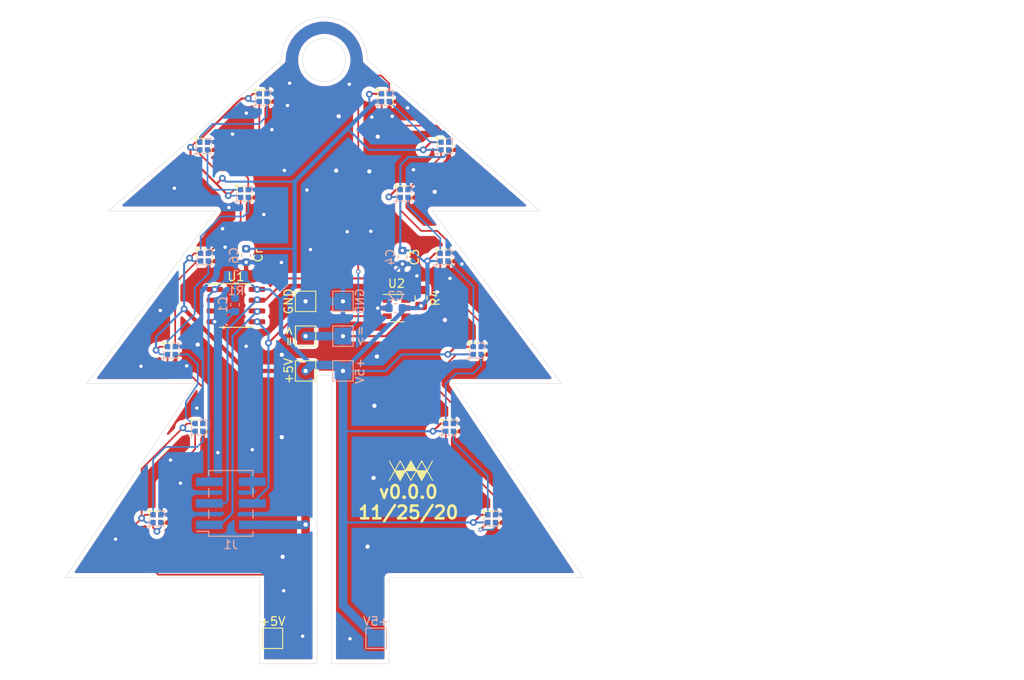
<source format=kicad_pcb>
(kicad_pcb (version 20171130) (host pcbnew "(5.1.6)-1")
  (layers (0 F.Cu signal) (31 B.Cu signal) (34 B.Paste user) (35 F.Paste user) (36 B.SilkS user) (37 F.SilkS user) (38 B.Mask user) (39 F.Mask user) (44 Edge.Cuts user))
  (net 0 "")
  (net 1 LGND)
  (net 2 +5V)
  (net 3 DOUT)
  (net 4 "Net-(D1-Pad1)")
  (net 5 "Net-(D13-Pad1)")
  (net 6 "Net-(D2-Pad1)")
  (net 7 "Net-(D3-Pad1)")
  (net 8 "Net-(D4-Pad1)")
  (net 9 "Net-(D5-Pad1)")
  (net 10 "Net-(D6-Pad1)")
  (net 11 "Net-(D7-Pad1)")
  (net 12 "Net-(D10-Pad3)")
  (net 13 "Net-(D10-Pad1)")
  (net 14 "Net-(D11-Pad1)")
  (net 15 "Net-(D12-Pad1)")
  (net 16 "Net-(D15-Pad1)")
  (net 17 "Net-(D16-Pad1)")
  (net 18 "Net-(D17-Pad1)")
  (net 19 "Net-(D18-Pad1)")
  (net 20 "Net-(D19-Pad1)")
  (net 21 "Net-(D20-Pad1)")
  (net 22 "Net-(D21-Pad1)")
  (net 23 "Net-(D22-Pad1)")
  (net 24 "Net-(D23-Pad1)")
  (net 25 "Net-(D24-Pad1)")
  (net 26 "Net-(D25-Pad1)")
  (net 27 "Net-(D26-Pad1)")
  (net 28 RESET)
  (net 29 MOSI)
  (net 30 SCK)
  (net 31 MISO)
  (net 32 "Net-(R4-Pad1)")
  (net 33 "Net-(D8-Pad1)")
  (net 34 "Net-(D27-Pad1)")
  (module Symbol:Logo_WM (layer F.Cu) (at 72.6 74.95)
    (fp_text reference REF** hide)
    (fp_text value Logo_WM)
  )
  (module Package_TO_SOT_SMD:SOT-23-6 (layer F.Cu) (at 70.9 55.8)
    (fp_text reference U2 (at 0 -2.9) (layer F.SilkS))
    (fp_text value ATtiny10-TS)
    (pad 5 smd rect (at 1.1 0) (size 1.06 0.65) (layers F.Cu F.Paste F.Mask) (net 2 +5V))
    (pad 6 smd rect (at 1.1 -0.95) (size 1.06 0.65) (layers F.Cu F.Paste F.Mask) (net 32 "Net-(R4-Pad1)"))
    (pad 4 smd rect (at 1.1 0.95) (size 1.06 0.65) (layers F.Cu F.Paste F.Mask) (net 3 DOUT))
    (pad 3 smd rect (at -1.1 0.95) (size 1.06 0.65) (layers F.Cu F.Paste F.Mask) (net 29 MOSI))
    (pad 2 smd rect (at -1.1 0) (size 1.06 0.65) (layers F.Cu F.Paste F.Mask) (net 1 LGND))
    (pad 1 smd rect (at -1.1 -0.95) (size 1.06 0.65) (layers F.Cu F.Paste F.Mask) (net 30 SCK))
  )
  (module Package_SO:SOIC-8_3.9x4.9mm_P1.27mm (layer F.Cu) (at 52 55.5)
    (fp_text reference U1 (at 0 -3.4) (layer F.SilkS))
    (fp_text value ATtiny13A-SSU)
    (pad 8 smd roundrect (at 2.475 -1.905) (size 1.95 0.6) (layers F.Cu F.Paste F.Mask) (net 2 +5V))
    (pad 7 smd roundrect (at 2.475 -0.635) (size 1.95 0.6) (layers F.Cu F.Paste F.Mask) (net 30 SCK))
    (pad 6 smd roundrect (at 2.475 0.635) (size 1.95 0.6) (layers F.Cu F.Paste F.Mask) (net 31 MISO))
    (pad 5 smd roundrect (at 2.475 1.905) (size 1.95 0.6) (layers F.Cu F.Paste F.Mask) (net 29 MOSI))
    (pad 4 smd roundrect (at -2.475 1.905) (size 1.95 0.6) (layers F.Cu F.Paste F.Mask) (net 1 LGND))
    (pad 3 smd roundrect (at -2.475 0.635) (size 1.95 0.6) (layers F.Cu F.Paste F.Mask))
    (pad 2 smd roundrect (at -2.475 -0.635) (size 1.95 0.6) (layers F.Cu F.Paste F.Mask))
    (pad 1 smd roundrect (at -2.475 -1.905) (size 1.95 0.6) (layers F.Cu F.Paste F.Mask) (net 28 RESET))
  )
  (module Resistor_SMD:R_0805_2012Metric (layer F.Cu) (at 73.8 54.6 270)
    (fp_text reference R4 (at 0 -1.65 90) (layer F.SilkS))
    (fp_text value 10kR)
    (pad 2 smd roundrect (at 0.9375 0 270) (size 0.975 1.4) (layers F.Cu F.Paste F.Mask) (net 2 +5V))
    (pad 1 smd roundrect (at -0.9375 0 270) (size 0.975 1.4) (layers F.Cu F.Paste F.Mask) (net 32 "Net-(R4-Pad1)"))
  )
  (module Resistor_SMD:R_0805_2012Metric (layer B.Cu) (at 52 52.1)
    (fp_text reference R1 (at 0 1.65) (layer B.SilkS) (effects (justify mirror)))
    (fp_text value 10kR)
    (pad 2 smd roundrect (at 0.9375 0) (size 0.975 1.4) (layers B.Cu B.Paste B.Mask) (net 2 +5V))
    (pad 1 smd roundrect (at -0.9375 0) (size 0.975 1.4) (layers B.Cu B.Paste B.Mask) (net 28 RESET))
  )
  (module TestPoint:TestPoint_Pad_2.0x2.0mm (layer F.Cu) (at 60.2 59.1 90)
    (fp_text reference => (at 0 -1.998 90) (layer F.SilkS))
    (fp_text value Conn_01x01)
    (pad 1 smd rect (at 0 0 90) (size 2 2) (layers F.Cu F.Mask) (net 3 DOUT))
  )
  (module TestPoint:TestPoint_Pad_2.0x2.0mm (layer B.Cu) (at 64.6 59.1 90)
    (fp_text reference => (at 0 1.998 270) (layer B.SilkS) (effects (justify mirror)))
    (fp_text value Conn_01x01)
    (pad 1 smd rect (at 0 0 90) (size 2 2) (layers B.Cu B.Mask) (net 3 DOUT))
  )
  (module TestPoint:TestPoint_Pad_2.0x2.0mm (layer B.Cu) (at 64.6 55 90)
    (fp_text reference GND (at 0 1.998 270) (layer B.SilkS) (effects (justify mirror)))
    (fp_text value Conn_01x01)
    (pad 1 smd rect (at 0 0 90) (size 2 2) (layers B.Cu B.Mask) (net 1 LGND))
  )
  (module TestPoint:TestPoint_Pad_2.0x2.0mm (layer F.Cu) (at 60.2 55 90)
    (fp_text reference GND (at 0 -1.998 90) (layer F.SilkS))
    (fp_text value Conn_01x01)
    (pad 1 smd rect (at 0 0 90) (size 2 2) (layers F.Cu F.Mask) (net 1 LGND))
  )
  (module TestPoint:TestPoint_Pad_2.0x2.0mm (layer F.Cu) (at 56.3 94.7)
    (fp_text reference +5V (at 0 -1.998) (layer F.SilkS))
    (fp_text value Conn_01x01)
    (pad 1 smd rect (at 0 0) (size 2 2) (layers F.Cu F.Mask) (net 2 +5V))
  )
  (module TestPoint:TestPoint_Pad_2.0x2.0mm (layer B.Cu) (at 64.6 63.2 90)
    (fp_text reference +5V (at 0 1.998 270) (layer B.SilkS) (effects (justify mirror)))
    (fp_text value Conn_01x01)
    (pad 1 smd rect (at 0 0 90) (size 2 2) (layers B.Cu B.Mask) (net 2 +5V))
  )
  (module TestPoint:TestPoint_Pad_2.0x2.0mm (layer F.Cu) (at 60.2 63.2 90)
    (fp_text reference +5V (at 0 -1.998 90) (layer F.SilkS))
    (fp_text value Conn_01x01)
    (pad 1 smd rect (at 0 0 90) (size 2 2) (layers F.Cu F.Mask) (net 2 +5V))
  )
  (module TestPoint:TestPoint_Pad_2.0x2.0mm (layer B.Cu) (at 68.5 94.7 180)
    (fp_text reference +5V (at 0 1.998) (layer B.SilkS) (effects (justify mirror)))
    (fp_text value Conn_01x01)
    (pad 1 smd rect (at 0 0 180) (size 2 2) (layers B.Cu B.Mask) (net 2 +5V))
  )
  (module Connector_PinHeader_2.54mm:PinHeader_2x03_P2.54mm_Vertical_SMD (layer B.Cu) (at 51.4 78.8)
    (fp_text reference J1 (at 0 4.87) (layer B.SilkS) (effects (justify mirror)))
    (fp_text value AVR-ISP-6)
    (pad 6 smd rect (at 2.525 -2.54) (size 3.15 1) (layers B.Cu B.Paste B.Mask) (net 1 LGND))
    (pad 5 smd rect (at -2.525 -2.54) (size 3.15 1) (layers B.Cu B.Paste B.Mask) (net 28 RESET))
    (pad 4 smd rect (at 2.525 0) (size 3.15 1) (layers B.Cu B.Paste B.Mask) (net 29 MOSI))
    (pad 3 smd rect (at -2.525 0) (size 3.15 1) (layers B.Cu B.Paste B.Mask) (net 30 SCK))
    (pad 2 smd rect (at 2.525 2.54) (size 3.15 1) (layers B.Cu B.Paste B.Mask) (net 2 +5V))
    (pad 1 smd rect (at -2.525 2.54) (size 3.15 1) (layers B.Cu B.Paste B.Mask) (net 31 MISO))
  )
  (module LED_SMD:LED_SK6805_PLCC4_1.5x1.5mm_P0.65mm (layer B.Cu) (at 55.2 31)
    (fp_text reference D28 hide)
    (fp_text value SK6805_1515-LED)
    (pad 2 smd rect (at 0.45 -0.45 180) (size 0.6 0.6) (layers B.Cu B.Paste B.Mask) (net 1 LGND))
    (pad 3 smd rect (at 0.45 0.45 180) (size 0.6 0.6) (layers B.Cu B.Paste B.Mask) (net 34 "Net-(D27-Pad1)"))
    (pad 1 smd rect (at -0.45 -0.45 180) (size 0.6 0.6) (layers B.Cu B.Paste B.Mask))
    (pad 4 smd rect (at -0.45 0.45 180) (size 0.6 0.6) (layers B.Cu B.Paste B.Mask) (net 2 +5V))
  )
  (module LED_SMD:LED_SK6805_PLCC4_1.5x1.5mm_P0.65mm (layer F.Cu) (at 42.7 80.6)
    (fp_text reference D21 hide)
    (fp_text value SK6805_1515-LED)
    (pad 2 smd rect (at 0.45 0.45 180) (size 0.6 0.6) (layers F.Cu F.Paste F.Mask) (net 1 LGND))
    (pad 3 smd rect (at 0.45 -0.45 180) (size 0.6 0.6) (layers F.Cu F.Paste F.Mask) (net 21 "Net-(D20-Pad1)"))
    (pad 1 smd rect (at -0.45 0.45 180) (size 0.6 0.6) (layers F.Cu F.Paste F.Mask) (net 22 "Net-(D21-Pad1)"))
    (pad 4 smd rect (at -0.45 -0.45 180) (size 0.6 0.6) (layers F.Cu F.Paste F.Mask) (net 2 +5V))
  )
  (module LED_SMD:LED_SK6805_PLCC4_1.5x1.5mm_P0.65mm (layer B.Cu) (at 48.2 36.7)
    (fp_text reference D27 hide)
    (fp_text value SK6805_1515-LED)
    (pad 2 smd rect (at 0.45 -0.45 180) (size 0.6 0.6) (layers B.Cu B.Paste B.Mask) (net 1 LGND))
    (pad 3 smd rect (at 0.45 0.45 180) (size 0.6 0.6) (layers B.Cu B.Paste B.Mask) (net 27 "Net-(D26-Pad1)"))
    (pad 1 smd rect (at -0.45 -0.45 180) (size 0.6 0.6) (layers B.Cu B.Paste B.Mask) (net 34 "Net-(D27-Pad1)"))
    (pad 4 smd rect (at -0.45 0.45 180) (size 0.6 0.6) (layers B.Cu B.Paste B.Mask) (net 2 +5V))
  )
  (module LED_SMD:LED_SK6805_PLCC4_1.5x1.5mm_P0.65mm (layer F.Cu) (at 47.65 69.85)
    (fp_text reference D20 hide)
    (fp_text value SK6805_1515-LED)
    (pad 2 smd rect (at 0.45 0.45 180) (size 0.6 0.6) (layers F.Cu F.Paste F.Mask) (net 1 LGND))
    (pad 3 smd rect (at 0.45 -0.45 180) (size 0.6 0.6) (layers F.Cu F.Paste F.Mask) (net 20 "Net-(D19-Pad1)"))
    (pad 1 smd rect (at -0.45 0.45 180) (size 0.6 0.6) (layers F.Cu F.Paste F.Mask) (net 21 "Net-(D20-Pad1)"))
    (pad 4 smd rect (at -0.45 -0.45 180) (size 0.6 0.6) (layers F.Cu F.Paste F.Mask) (net 2 +5V))
  )
  (module LED_SMD:LED_SK6805_PLCC4_1.5x1.5mm_P0.65mm (layer B.Cu) (at 53 42.3)
    (fp_text reference D26 hide)
    (fp_text value SK6805_1515-LED)
    (pad 2 smd rect (at 0.45 -0.45 180) (size 0.6 0.6) (layers B.Cu B.Paste B.Mask) (net 1 LGND))
    (pad 3 smd rect (at 0.45 0.45 180) (size 0.6 0.6) (layers B.Cu B.Paste B.Mask) (net 26 "Net-(D25-Pad1)"))
    (pad 1 smd rect (at -0.45 -0.45 180) (size 0.6 0.6) (layers B.Cu B.Paste B.Mask) (net 27 "Net-(D26-Pad1)"))
    (pad 4 smd rect (at -0.45 0.45 180) (size 0.6 0.6) (layers B.Cu B.Paste B.Mask) (net 2 +5V))
  )
  (module LED_SMD:LED_SK6805_PLCC4_1.5x1.5mm_P0.65mm (layer F.Cu) (at 44.4 60.8)
    (fp_text reference D19 hide)
    (fp_text value SK6805_1515-LED)
    (pad 2 smd rect (at 0.45 0.45 180) (size 0.6 0.6) (layers F.Cu F.Paste F.Mask) (net 1 LGND))
    (pad 3 smd rect (at 0.45 -0.45 180) (size 0.6 0.6) (layers F.Cu F.Paste F.Mask) (net 19 "Net-(D18-Pad1)"))
    (pad 1 smd rect (at -0.45 0.45 180) (size 0.6 0.6) (layers F.Cu F.Paste F.Mask) (net 20 "Net-(D19-Pad1)"))
    (pad 4 smd rect (at -0.45 -0.45 180) (size 0.6 0.6) (layers F.Cu F.Paste F.Mask) (net 2 +5V))
  )
  (module LED_SMD:LED_SK6805_PLCC4_1.5x1.5mm_P0.65mm (layer B.Cu) (at 48.3 49.8)
    (fp_text reference D25 hide)
    (fp_text value SK6805_1515-LED)
    (pad 2 smd rect (at 0.45 -0.45 180) (size 0.6 0.6) (layers B.Cu B.Paste B.Mask) (net 1 LGND))
    (pad 3 smd rect (at 0.45 0.45 180) (size 0.6 0.6) (layers B.Cu B.Paste B.Mask) (net 25 "Net-(D24-Pad1)"))
    (pad 1 smd rect (at -0.45 -0.45 180) (size 0.6 0.6) (layers B.Cu B.Paste B.Mask) (net 26 "Net-(D25-Pad1)"))
    (pad 4 smd rect (at -0.45 0.45 180) (size 0.6 0.6) (layers B.Cu B.Paste B.Mask) (net 2 +5V))
  )
  (module LED_SMD:LED_SK6805_PLCC4_1.5x1.5mm_P0.65mm (layer F.Cu) (at 48.3 49.8)
    (fp_text reference D18 hide)
    (fp_text value SK6805_1515-LED)
    (pad 2 smd rect (at 0.45 0.45 180) (size 0.6 0.6) (layers F.Cu F.Paste F.Mask) (net 1 LGND))
    (pad 3 smd rect (at 0.45 -0.45 180) (size 0.6 0.6) (layers F.Cu F.Paste F.Mask) (net 18 "Net-(D17-Pad1)"))
    (pad 1 smd rect (at -0.45 0.45 180) (size 0.6 0.6) (layers F.Cu F.Paste F.Mask) (net 19 "Net-(D18-Pad1)"))
    (pad 4 smd rect (at -0.45 -0.45 180) (size 0.6 0.6) (layers F.Cu F.Paste F.Mask) (net 2 +5V))
  )
  (module LED_SMD:LED_SK6805_PLCC4_1.5x1.5mm_P0.65mm (layer B.Cu) (at 44.4 60.8)
    (fp_text reference D24 hide)
    (fp_text value SK6805_1515-LED)
    (pad 2 smd rect (at 0.45 -0.45 180) (size 0.6 0.6) (layers B.Cu B.Paste B.Mask) (net 1 LGND))
    (pad 3 smd rect (at 0.45 0.45 180) (size 0.6 0.6) (layers B.Cu B.Paste B.Mask) (net 24 "Net-(D23-Pad1)"))
    (pad 1 smd rect (at -0.45 -0.45 180) (size 0.6 0.6) (layers B.Cu B.Paste B.Mask) (net 25 "Net-(D24-Pad1)"))
    (pad 4 smd rect (at -0.45 0.45 180) (size 0.6 0.6) (layers B.Cu B.Paste B.Mask) (net 2 +5V))
  )
  (module LED_SMD:LED_SK6805_PLCC4_1.5x1.5mm_P0.65mm (layer F.Cu) (at 53 42.3)
    (fp_text reference D17 hide)
    (fp_text value SK6805_1515-LED)
    (pad 2 smd rect (at 0.45 0.45 180) (size 0.6 0.6) (layers F.Cu F.Paste F.Mask) (net 1 LGND))
    (pad 3 smd rect (at 0.45 -0.45 180) (size 0.6 0.6) (layers F.Cu F.Paste F.Mask) (net 17 "Net-(D16-Pad1)"))
    (pad 1 smd rect (at -0.45 0.45 180) (size 0.6 0.6) (layers F.Cu F.Paste F.Mask) (net 18 "Net-(D17-Pad1)"))
    (pad 4 smd rect (at -0.45 -0.45 180) (size 0.6 0.6) (layers F.Cu F.Paste F.Mask) (net 2 +5V))
  )
  (module LED_SMD:LED_SK6805_PLCC4_1.5x1.5mm_P0.65mm (layer B.Cu) (at 47.65 69.85)
    (fp_text reference D23 hide)
    (fp_text value SK6805_1515-LED)
    (pad 2 smd rect (at 0.45 -0.45 180) (size 0.6 0.6) (layers B.Cu B.Paste B.Mask) (net 1 LGND))
    (pad 3 smd rect (at 0.45 0.45 180) (size 0.6 0.6) (layers B.Cu B.Paste B.Mask) (net 23 "Net-(D22-Pad1)"))
    (pad 1 smd rect (at -0.45 -0.45 180) (size 0.6 0.6) (layers B.Cu B.Paste B.Mask) (net 24 "Net-(D23-Pad1)"))
    (pad 4 smd rect (at -0.45 0.45 180) (size 0.6 0.6) (layers B.Cu B.Paste B.Mask) (net 2 +5V))
  )
  (module LED_SMD:LED_SK6805_PLCC4_1.5x1.5mm_P0.65mm (layer F.Cu) (at 48.2 36.7)
    (fp_text reference D16 hide)
    (fp_text value SK6805_1515-LED)
    (pad 2 smd rect (at 0.45 0.45 180) (size 0.6 0.6) (layers F.Cu F.Paste F.Mask) (net 1 LGND))
    (pad 3 smd rect (at 0.45 -0.45 180) (size 0.6 0.6) (layers F.Cu F.Paste F.Mask) (net 16 "Net-(D15-Pad1)"))
    (pad 1 smd rect (at -0.45 0.45 180) (size 0.6 0.6) (layers F.Cu F.Paste F.Mask) (net 17 "Net-(D16-Pad1)"))
    (pad 4 smd rect (at -0.45 -0.45 180) (size 0.6 0.6) (layers F.Cu F.Paste F.Mask) (net 2 +5V))
  )
  (module LED_SMD:LED_SK6805_PLCC4_1.5x1.5mm_P0.65mm (layer B.Cu) (at 42.7 80.6)
    (fp_text reference D22 hide)
    (fp_text value SK6805_1515-LED)
    (pad 2 smd rect (at 0.45 -0.45 180) (size 0.6 0.6) (layers B.Cu B.Paste B.Mask) (net 1 LGND))
    (pad 3 smd rect (at 0.45 0.45 180) (size 0.6 0.6) (layers B.Cu B.Paste B.Mask) (net 22 "Net-(D21-Pad1)"))
    (pad 1 smd rect (at -0.45 -0.45 180) (size 0.6 0.6) (layers B.Cu B.Paste B.Mask) (net 23 "Net-(D22-Pad1)"))
    (pad 4 smd rect (at -0.45 0.45 180) (size 0.6 0.6) (layers B.Cu B.Paste B.Mask) (net 2 +5V))
  )
  (module LED_SMD:LED_SK6805_PLCC4_1.5x1.5mm_P0.65mm (layer F.Cu) (at 55.2 31)
    (fp_text reference D15 hide)
    (fp_text value SK6805_1515-LED)
    (pad 2 smd rect (at 0.45 0.45 180) (size 0.6 0.6) (layers F.Cu F.Paste F.Mask) (net 1 LGND))
    (pad 3 smd rect (at 0.45 -0.45 180) (size 0.6 0.6) (layers F.Cu F.Paste F.Mask) (net 3 DOUT))
    (pad 1 smd rect (at -0.45 0.45 180) (size 0.6 0.6) (layers F.Cu F.Paste F.Mask) (net 16 "Net-(D15-Pad1)"))
    (pad 4 smd rect (at -0.45 -0.45 180) (size 0.6 0.6) (layers F.Cu F.Paste F.Mask) (net 2 +5V))
  )
  (module LED_SMD:LED_SK6805_PLCC4_1.5x1.5mm_P0.65mm (layer B.Cu) (at 69.6 31)
    (fp_text reference D14 hide)
    (fp_text value SK6805_1515-LED)
    (pad 2 smd rect (at 0.45 -0.45 180) (size 0.6 0.6) (layers B.Cu B.Paste B.Mask) (net 1 LGND))
    (pad 3 smd rect (at 0.45 0.45 180) (size 0.6 0.6) (layers B.Cu B.Paste B.Mask) (net 5 "Net-(D13-Pad1)"))
    (pad 1 smd rect (at -0.45 -0.45 180) (size 0.6 0.6) (layers B.Cu B.Paste B.Mask))
    (pad 4 smd rect (at -0.45 0.45 180) (size 0.6 0.6) (layers B.Cu B.Paste B.Mask) (net 2 +5V))
  )
  (module LED_SMD:LED_SK6805_PLCC4_1.5x1.5mm_P0.65mm (layer F.Cu) (at 82.1 80.6)
    (fp_text reference D7 hide)
    (fp_text value SK6805_1515-LED)
    (pad 2 smd rect (at 0.45 0.45 180) (size 0.6 0.6) (layers F.Cu F.Paste F.Mask) (net 1 LGND))
    (pad 3 smd rect (at 0.45 -0.45 180) (size 0.6 0.6) (layers F.Cu F.Paste F.Mask) (net 10 "Net-(D6-Pad1)"))
    (pad 1 smd rect (at -0.45 0.45 180) (size 0.6 0.6) (layers F.Cu F.Paste F.Mask) (net 11 "Net-(D7-Pad1)"))
    (pad 4 smd rect (at -0.45 -0.45 180) (size 0.6 0.6) (layers F.Cu F.Paste F.Mask) (net 2 +5V))
  )
  (module LED_SMD:LED_SK6805_PLCC4_1.5x1.5mm_P0.65mm (layer B.Cu) (at 76.6 36.7)
    (fp_text reference D13 hide)
    (fp_text value SK6805_1515-LED)
    (pad 2 smd rect (at 0.45 -0.45 180) (size 0.6 0.6) (layers B.Cu B.Paste B.Mask) (net 1 LGND))
    (pad 3 smd rect (at 0.45 0.45 180) (size 0.6 0.6) (layers B.Cu B.Paste B.Mask) (net 15 "Net-(D12-Pad1)"))
    (pad 1 smd rect (at -0.45 -0.45 180) (size 0.6 0.6) (layers B.Cu B.Paste B.Mask) (net 5 "Net-(D13-Pad1)"))
    (pad 4 smd rect (at -0.45 0.45 180) (size 0.6 0.6) (layers B.Cu B.Paste B.Mask) (net 2 +5V))
  )
  (module LED_SMD:LED_SK6805_PLCC4_1.5x1.5mm_P0.65mm (layer F.Cu) (at 77.15 69.85)
    (fp_text reference D6 hide)
    (fp_text value SK6805_1515-LED)
    (pad 2 smd rect (at 0.45 0.45 180) (size 0.6 0.6) (layers F.Cu F.Paste F.Mask) (net 1 LGND))
    (pad 3 smd rect (at 0.45 -0.45 180) (size 0.6 0.6) (layers F.Cu F.Paste F.Mask) (net 9 "Net-(D5-Pad1)"))
    (pad 1 smd rect (at -0.45 0.45 180) (size 0.6 0.6) (layers F.Cu F.Paste F.Mask) (net 10 "Net-(D6-Pad1)"))
    (pad 4 smd rect (at -0.45 -0.45 180) (size 0.6 0.6) (layers F.Cu F.Paste F.Mask) (net 2 +5V))
  )
  (module LED_SMD:LED_SK6805_PLCC4_1.5x1.5mm_P0.65mm (layer B.Cu) (at 71.8 42.3)
    (fp_text reference D12 hide)
    (fp_text value SK6805_1515-LED)
    (pad 2 smd rect (at 0.45 -0.45 180) (size 0.6 0.6) (layers B.Cu B.Paste B.Mask) (net 1 LGND))
    (pad 3 smd rect (at 0.45 0.45 180) (size 0.6 0.6) (layers B.Cu B.Paste B.Mask) (net 14 "Net-(D11-Pad1)"))
    (pad 1 smd rect (at -0.45 -0.45 180) (size 0.6 0.6) (layers B.Cu B.Paste B.Mask) (net 15 "Net-(D12-Pad1)"))
    (pad 4 smd rect (at -0.45 0.45 180) (size 0.6 0.6) (layers B.Cu B.Paste B.Mask) (net 2 +5V))
  )
  (module LED_SMD:LED_SK6805_PLCC4_1.5x1.5mm_P0.65mm (layer F.Cu) (at 80.4 60.8)
    (fp_text reference D5 hide)
    (fp_text value SK6805_1515-LED)
    (pad 2 smd rect (at 0.45 0.45 180) (size 0.6 0.6) (layers F.Cu F.Paste F.Mask) (net 1 LGND))
    (pad 3 smd rect (at 0.45 -0.45 180) (size 0.6 0.6) (layers F.Cu F.Paste F.Mask) (net 8 "Net-(D4-Pad1)"))
    (pad 1 smd rect (at -0.45 0.45 180) (size 0.6 0.6) (layers F.Cu F.Paste F.Mask) (net 9 "Net-(D5-Pad1)"))
    (pad 4 smd rect (at -0.45 -0.45 180) (size 0.6 0.6) (layers F.Cu F.Paste F.Mask) (net 2 +5V))
  )
  (module LED_SMD:LED_SK6805_PLCC4_1.5x1.5mm_P0.65mm (layer B.Cu) (at 76.5 49.8)
    (fp_text reference D11 hide)
    (fp_text value SK6805_1515-LED)
    (pad 2 smd rect (at 0.45 -0.45 180) (size 0.6 0.6) (layers B.Cu B.Paste B.Mask) (net 1 LGND))
    (pad 3 smd rect (at 0.45 0.45 180) (size 0.6 0.6) (layers B.Cu B.Paste B.Mask) (net 13 "Net-(D10-Pad1)"))
    (pad 1 smd rect (at -0.45 -0.45 180) (size 0.6 0.6) (layers B.Cu B.Paste B.Mask) (net 14 "Net-(D11-Pad1)"))
    (pad 4 smd rect (at -0.45 0.45 180) (size 0.6 0.6) (layers B.Cu B.Paste B.Mask) (net 2 +5V))
  )
  (module LED_SMD:LED_SK6805_PLCC4_1.5x1.5mm_P0.65mm (layer F.Cu) (at 76.5 49.8)
    (fp_text reference D4 hide)
    (fp_text value SK6805_1515-LED)
    (pad 2 smd rect (at 0.45 0.45 180) (size 0.6 0.6) (layers F.Cu F.Paste F.Mask) (net 1 LGND))
    (pad 3 smd rect (at 0.45 -0.45 180) (size 0.6 0.6) (layers F.Cu F.Paste F.Mask) (net 7 "Net-(D3-Pad1)"))
    (pad 1 smd rect (at -0.45 0.45 180) (size 0.6 0.6) (layers F.Cu F.Paste F.Mask) (net 8 "Net-(D4-Pad1)"))
    (pad 4 smd rect (at -0.45 -0.45 180) (size 0.6 0.6) (layers F.Cu F.Paste F.Mask) (net 2 +5V))
  )
  (module LED_SMD:LED_SK6805_PLCC4_1.5x1.5mm_P0.65mm (layer B.Cu) (at 80.4 60.8)
    (fp_text reference D10 hide)
    (fp_text value SK6805_1515-LED)
    (pad 2 smd rect (at 0.45 -0.45 180) (size 0.6 0.6) (layers B.Cu B.Paste B.Mask) (net 1 LGND))
    (pad 3 smd rect (at 0.45 0.45 180) (size 0.6 0.6) (layers B.Cu B.Paste B.Mask) (net 12 "Net-(D10-Pad3)"))
    (pad 1 smd rect (at -0.45 -0.45 180) (size 0.6 0.6) (layers B.Cu B.Paste B.Mask) (net 13 "Net-(D10-Pad1)"))
    (pad 4 smd rect (at -0.45 0.45 180) (size 0.6 0.6) (layers B.Cu B.Paste B.Mask) (net 2 +5V))
  )
  (module LED_SMD:LED_SK6805_PLCC4_1.5x1.5mm_P0.65mm (layer F.Cu) (at 71.8 42.3)
    (fp_text reference D3 hide)
    (fp_text value SK6805_1515-LED)
    (pad 2 smd rect (at 0.45 0.45 180) (size 0.6 0.6) (layers F.Cu F.Paste F.Mask) (net 1 LGND))
    (pad 3 smd rect (at 0.45 -0.45 180) (size 0.6 0.6) (layers F.Cu F.Paste F.Mask) (net 6 "Net-(D2-Pad1)"))
    (pad 1 smd rect (at -0.45 0.45 180) (size 0.6 0.6) (layers F.Cu F.Paste F.Mask) (net 7 "Net-(D3-Pad1)"))
    (pad 4 smd rect (at -0.45 -0.45 180) (size 0.6 0.6) (layers F.Cu F.Paste F.Mask) (net 2 +5V))
  )
  (module LED_SMD:LED_SK6805_PLCC4_1.5x1.5mm_P0.65mm (layer B.Cu) (at 77.15 69.85)
    (fp_text reference D9 hide)
    (fp_text value SK6805_1515-LED)
    (pad 2 smd rect (at 0.45 -0.45 180) (size 0.6 0.6) (layers B.Cu B.Paste B.Mask) (net 1 LGND))
    (pad 3 smd rect (at 0.45 0.45 180) (size 0.6 0.6) (layers B.Cu B.Paste B.Mask) (net 33 "Net-(D8-Pad1)"))
    (pad 1 smd rect (at -0.45 -0.45 180) (size 0.6 0.6) (layers B.Cu B.Paste B.Mask) (net 12 "Net-(D10-Pad3)"))
    (pad 4 smd rect (at -0.45 0.45 180) (size 0.6 0.6) (layers B.Cu B.Paste B.Mask) (net 2 +5V))
  )
  (module LED_SMD:LED_SK6805_PLCC4_1.5x1.5mm_P0.65mm (layer F.Cu) (at 76.6 36.7)
    (fp_text reference D2 hide)
    (fp_text value SK6805_1515-LED)
    (pad 4 smd rect (at -0.45 -0.45 180) (size 0.6 0.6) (layers F.Cu F.Paste F.Mask) (net 2 +5V))
    (pad 1 smd rect (at -0.45 0.45 180) (size 0.6 0.6) (layers F.Cu F.Paste F.Mask) (net 6 "Net-(D2-Pad1)"))
    (pad 3 smd rect (at 0.45 -0.45 180) (size 0.6 0.6) (layers F.Cu F.Paste F.Mask) (net 4 "Net-(D1-Pad1)"))
    (pad 2 smd rect (at 0.45 0.45 180) (size 0.6 0.6) (layers F.Cu F.Paste F.Mask) (net 1 LGND))
  )
  (module LED_SMD:LED_SK6805_PLCC4_1.5x1.5mm_P0.65mm (layer B.Cu) (at 82.1 80.6)
    (fp_text reference D8 hide)
    (fp_text value SK6805_1515-LED)
    (pad 2 smd rect (at 0.45 -0.45 180) (size 0.6 0.6) (layers B.Cu B.Paste B.Mask) (net 1 LGND))
    (pad 3 smd rect (at 0.45 0.45 180) (size 0.6 0.6) (layers B.Cu B.Paste B.Mask) (net 11 "Net-(D7-Pad1)"))
    (pad 1 smd rect (at -0.45 -0.45 180) (size 0.6 0.6) (layers B.Cu B.Paste B.Mask) (net 33 "Net-(D8-Pad1)"))
    (pad 4 smd rect (at -0.45 0.45 180) (size 0.6 0.6) (layers B.Cu B.Paste B.Mask) (net 2 +5V))
  )
  (module LED_SMD:LED_SK6805_PLCC4_1.5x1.5mm_P0.65mm (layer F.Cu) (at 69.6 31)
    (fp_text reference D1 hide)
    (fp_text value SK6805_1515-LED)
    (pad 2 smd rect (at 0.45 0.45 180) (size 0.6 0.6) (layers F.Cu F.Paste F.Mask) (net 1 LGND))
    (pad 3 smd rect (at 0.45 -0.45 180) (size 0.6 0.6) (layers F.Cu F.Paste F.Mask) (net 3 DOUT))
    (pad 1 smd rect (at -0.45 0.45 180) (size 0.6 0.6) (layers F.Cu F.Paste F.Mask) (net 4 "Net-(D1-Pad1)"))
    (pad 4 smd rect (at -0.45 -0.45 180) (size 0.6 0.6) (layers F.Cu F.Paste F.Mask) (net 2 +5V))
  )
  (module Capacitor_SMD:C_0603_1608Metric (layer B.Cu) (at 53.2 49.6 270)
    (fp_text reference C6 (at 0 1.43 90) (layer B.SilkS) (effects (justify mirror)))
    (fp_text value 1uF)
    (pad 2 smd roundrect (at 0.7875 0 270) (size 0.875 0.95) (layers B.Cu B.Paste B.Mask) (net 1 LGND))
    (pad 1 smd roundrect (at -0.7875 0 270) (size 0.875 0.95) (layers B.Cu B.Paste B.Mask) (net 2 +5V))
  )
  (module Capacitor_SMD:C_0603_1608Metric (layer F.Cu) (at 53.2 49.6 270)
    (fp_text reference Cr (at 0 -1.43 90) (layer F.SilkS))
    (fp_text value 1uF)
    (pad 2 smd roundrect (at 0.7875 0 270) (size 0.875 0.95) (layers F.Cu F.Paste F.Mask) (net 1 LGND))
    (pad 1 smd roundrect (at -0.7875 0 270) (size 0.875 0.95) (layers F.Cu F.Paste F.Mask) (net 2 +5V))
  )
  (module Capacitor_SMD:C_0603_1608Metric (layer B.Cu) (at 71.6 49.8 270)
    (fp_text reference C4 (at 0 1.43 90) (layer B.SilkS) (effects (justify mirror)))
    (fp_text value 1uF)
    (pad 1 smd roundrect (at -0.7875 0 270) (size 0.875 0.95) (layers B.Cu B.Paste B.Mask) (net 2 +5V))
    (pad 2 smd roundrect (at 0.7875 0 270) (size 0.875 0.95) (layers B.Cu B.Paste B.Mask) (net 1 LGND))
  )
  (module Capacitor_SMD:C_0603_1608Metric (layer F.Cu) (at 71.6 49.8 270)
    (fp_text reference C3 (at 0 -1.43 90) (layer F.SilkS))
    (fp_text value 1uF)
    (pad 2 smd roundrect (at 0.7875 0 270) (size 0.875 0.95) (layers F.Cu F.Paste F.Mask) (net 1 LGND))
    (pad 1 smd roundrect (at -0.7875 0 270) (size 0.875 0.95) (layers F.Cu F.Paste F.Mask) (net 2 +5V))
  )
  (module Capacitor_SMD:C_0603_1608Metric (layer B.Cu) (at 70.8 55.8 180)
    (fp_text reference C2 (at 0 1.43) (layer B.SilkS) (effects (justify mirror)))
    (fp_text value 0.1uF)
    (pad 2 smd roundrect (at 0.7875 0 180) (size 0.875 0.95) (layers B.Cu B.Paste B.Mask) (net 1 LGND))
    (pad 1 smd roundrect (at -0.7875 0 180) (size 0.875 0.95) (layers B.Cu B.Paste B.Mask) (net 2 +5V))
  )
  (module Capacitor_SMD:C_0603_1608Metric (layer B.Cu) (at 51.9 55.4 270)
    (fp_text reference C1 (at 0 1.43 90) (layer B.SilkS) (effects (justify mirror)))
    (fp_text value 0.1uF)
    (pad 2 smd roundrect (at 0.7875 0 270) (size 0.875 0.95) (layers B.Cu B.Paste B.Mask) (net 1 LGND))
    (pad 1 smd roundrect (at -0.7875 0 270) (size 0.875 0.95) (layers B.Cu B.Paste B.Mask) (net 2 +5V))
  )
  (gr_text "v0.0.0\n11/25/20" (at 72.3 78.675) (layer F.SilkS) (effects (font (size 1.5 1.5) (thickness 0.3))))
  (gr_line (start 61.55 63.7) (end 63.25 63.7) (layer Edge.Cuts) (width 0.05))
  (gr_line (start 61.55 97.7) (end 61.55 63.7) (layer Edge.Cuts) (width 0.05))
  (gr_line (start 63.25 97.7) (end 63.25 63.7) (layer Edge.Cuts) (width 0.05))
  (gr_line (start 70.02 97.7) (end 63.25 97.7) (layer Edge.Cuts) (width 0.05))
  (gr_circle (center 62.4 26.58) (end 62.4 24.04) (layer Edge.Cuts) (width 0.05))
  (gr_line (start 87.8 44.36) (end 67.48 26.58) (layer Edge.Cuts) (width 0.05))
  (gr_line (start 75.1 44.36) (end 87.8 44.36) (layer Edge.Cuts) (width 0.05))
  (gr_line (start 90.34 64.68) (end 75.1 44.36) (layer Edge.Cuts) (width 0.05))
  (gr_line (start 77.64 64.68) (end 90.34 64.68) (layer Edge.Cuts) (width 0.05))
  (gr_line (start 92.88 87.54) (end 77.64 64.68) (layer Edge.Cuts) (width 0.05))
  (gr_line (start 70.02 87.54) (end 92.88 87.54) (layer Edge.Cuts) (width 0.05))
  (gr_line (start 70.02 97.7) (end 70.02 87.54) (layer Edge.Cuts) (width 0.05))
  (gr_line (start 54.78 97.7) (end 61.55 97.7) (layer Edge.Cuts) (width 0.05))
  (gr_line (start 54.78 87.54) (end 54.78 97.7) (layer Edge.Cuts) (width 0.05))
  (gr_line (start 31.92 87.54) (end 54.78 87.54) (layer Edge.Cuts) (width 0.05))
  (gr_line (start 47.16 64.68) (end 31.92 87.54) (layer Edge.Cuts) (width 0.05))
  (gr_line (start 34.46 64.68) (end 47.16 64.68) (layer Edge.Cuts) (width 0.05))
  (gr_line (start 49.7 44.36) (end 34.46 64.68) (layer Edge.Cuts) (width 0.05))
  (gr_line (start 37 44.36) (end 49.7 44.36) (layer Edge.Cuts) (width 0.05))
  (gr_line (start 57.32 26.58) (end 37 44.36) (layer Edge.Cuts) (width 0.05))
  (gr_arc (start 62.4 26.58) (end 67.48 26.58) (angle -180) (layer Edge.Cuts) (width 0.05))
  (via (at 53.2 48.8) (size 0.8) (drill 0.4) (layers F.Cu B.Cu) (net 2))
  (via (at 53.2 50.4) (size 0.8) (drill 0.4) (layers F.Cu B.Cu) (net 1))
  (via (at 71.6 50.6) (size 0.8) (drill 0.4) (layers F.Cu B.Cu) (net 1))
  (via (at 49.5 57.4) (size 0.8) (drill 0.4) (layers F.Cu B.Cu) (net 1))
  (via (at 60.2 55) (size 1) (drill 0.5) (layers F.Cu B.Cu) (net 1))
  (via (at 64.6 55) (size 1) (drill 0.5) (layers F.Cu B.Cu) (net 1))
  (segment (start 64.6 55) (end 60.2 55) (width 1) (layer B.Cu) (net 1))
  (segment (start 50.6875 57.4) (end 51.9 56.1875) (width 0.25) (layer B.Cu) (net 1))
  (segment (start 49.5 57.4) (end 50.6875 57.4) (width 0.25) (layer B.Cu) (net 1))
  (via (at 53.2 60.3) (size 0.8) (drill 0.4) (layers F.Cu B.Cu) (net 1))
  (segment (start 53.925 76.26) (end 53.925 72.475) (width 0.25) (layer B.Cu) (net 1))
  (segment (start 53.925 61.025) (end 53.2 60.3) (width 0.25) (layer B.Cu) (net 1))
  (segment (start 50.3 57.4) (end 49.5 57.4) (width 0.25) (layer F.Cu) (net 1))
  (segment (start 53.2 60.3) (end 50.3 57.4) (width 0.25) (layer F.Cu) (net 1))
  (segment (start 53.765685 60.3) (end 59.065685 55) (width 0.25) (layer F.Cu) (net 1))
  (segment (start 59.065685 55) (end 60.2 55) (width 0.25) (layer F.Cu) (net 1))
  (segment (start 53.2 60.3) (end 53.765685 60.3) (width 0.25) (layer F.Cu) (net 1))
  (segment (start 65.4 55.8) (end 64.6 55) (width 0.25) (layer F.Cu) (net 1))
  (via (at 68.7 55.8) (size 0.8) (drill 0.4) (layers F.Cu B.Cu) (net 1))
  (segment (start 70.0125 55.8) (end 68.7 55.8) (width 0.25) (layer B.Cu) (net 1))
  (segment (start 69.8 55.8) (end 68.7 55.8) (width 0.25) (layer F.Cu) (net 1))
  (segment (start 68.7 55.8) (end 65.4 55.8) (width 0.25) (layer F.Cu) (net 1))
  (segment (start 71.6 50.6) (end 70 52.2) (width 0.25) (layer B.Cu) (net 1))
  (segment (start 70 55.7875) (end 70.0125 55.8) (width 0.25) (layer B.Cu) (net 1))
  (segment (start 70 52.2) (end 70 55.7875) (width 0.25) (layer B.Cu) (net 1))
  (via (at 57.4 61.3) (size 1) (drill 0.5) (layers F.Cu B.Cu) (net 1))
  (via (at 68.6 61.5) (size 1) (drill 0.5) (layers F.Cu B.Cu) (net 1))
  (via (at 67.7 39.7) (size 1) (drill 0.5) (layers F.Cu B.Cu) (net 1))
  (via (at 63.8 39.6) (size 1) (drill 0.5) (layers F.Cu B.Cu) (net 1))
  (via (at 64.1 33.2) (size 1) (drill 0.5) (layers F.Cu B.Cu) (net 1))
  (via (at 68.7 35.6) (size 1) (drill 0.5) (layers F.Cu B.Cu) (net 1))
  (via (at 75.4 42.1) (size 1) (drill 0.5) (layers F.Cu B.Cu) (net 1))
  (via (at 76.6 57.2) (size 1) (drill 0.5) (layers F.Cu B.Cu) (net 1))
  (via (at 68.3 67.3) (size 1) (drill 0.5) (layers F.Cu B.Cu) (net 1))
  (via (at 68.2 75.8) (size 1) (drill 0.5) (layers F.Cu B.Cu) (net 1))
  (via (at 67.5 83.9) (size 1) (drill 0.5) (layers F.Cu B.Cu) (net 1))
  (via (at 57.5 85.1) (size 1) (drill 0.5) (layers F.Cu B.Cu) (net 1))
  (via (at 57.4 71) (size 1) (drill 0.5) (layers F.Cu B.Cu) (net 1))
  (via (at 47.5 60.1) (size 1) (drill 0.5) (layers F.Cu B.Cu) (net 1))
  (via (at 72.2 32.2) (size 0.8) (drill 0.4) (layers F.Cu B.Cu) (net 1))
  (via (at 70.4 33.2) (size 0.8) (drill 0.4) (layers F.Cu B.Cu) (net 1))
  (via (at 68 33.3) (size 0.8) (drill 0.4) (layers F.Cu B.Cu) (net 1))
  (via (at 78.6 50.6) (size 0.8) (drill 0.4) (layers F.Cu B.Cu) (net 1))
  (via (at 77.2 52.3) (size 0.8) (drill 0.4) (layers F.Cu B.Cu) (net 1))
  (via (at 75.7 53.9) (size 0.8) (drill 0.4) (layers F.Cu B.Cu) (net 1))
  (via (at 73.3 52) (size 0.8) (drill 0.4) (layers F.Cu B.Cu) (net 1))
  (segment (start 77.05 35.739998) (end 76.410002 35.1) (width 0.5) (layer B.Cu) (net 1))
  (segment (start 77.05 36.25) (end 77.05 35.739998) (width 0.5) (layer B.Cu) (net 1))
  (segment (start 76.410002 35.1) (end 75.7 35.1) (width 0.5) (layer B.Cu) (net 1))
  (via (at 72.9 39.5) (size 0.8) (drill 0.4) (layers F.Cu B.Cu) (net 1))
  (via (at 46.2 62.6) (size 0.8) (drill 0.4) (layers F.Cu B.Cu) (net 1))
  (via (at 44.3 73.7) (size 0.8) (drill 0.4) (layers F.Cu B.Cu) (net 1))
  (via (at 45.475 76.425) (size 0.8) (drill 0.4) (layers F.Cu B.Cu) (net 1))
  (via (at 49.875 72.825) (size 0.8) (drill 0.4) (layers F.Cu B.Cu) (net 1))
  (segment (start 53.925 72.475) (end 53.925 61.025) (width 0.25) (layer B.Cu) (net 1))
  (via (at 53.925 72.475) (size 0.8) (drill 0.4) (layers F.Cu B.Cu) (net 1))
  (via (at 57.625 89.1) (size 0.8) (drill 0.4) (layers F.Cu B.Cu) (net 1))
  (via (at 59.85 94.45) (size 0.8) (drill 0.4) (layers F.Cu B.Cu) (net 1))
  (via (at 65.425 94.75) (size 0.8) (drill 0.4) (layers F.Cu B.Cu) (net 1))
  (via (at 37.825 83.025) (size 0.8) (drill 0.4) (layers F.Cu B.Cu) (net 1))
  (segment (start 47.5 60.1) (end 48.1 60.7) (width 0.25) (layer B.Cu) (net 1))
  (via (at 47.4 67.575) (size 0.8) (drill 0.4) (layers F.Cu B.Cu) (net 1))
  (segment (start 48.1 67.55) (end 47.425 67.55) (width 0.25) (layer B.Cu) (net 1))
  (segment (start 48.1 67.55) (end 48.1 69.4) (width 0.25) (layer B.Cu) (net 1))
  (segment (start 47.425 67.55) (end 47.4 67.575) (width 0.25) (layer B.Cu) (net 1))
  (segment (start 48.1 60.7) (end 48.1 67.55) (width 0.25) (layer B.Cu) (net 1))
  (via (at 50.425 46.45) (size 0.8) (drill 0.4) (layers F.Cu B.Cu) (net 1))
  (via (at 44.75 41.675) (size 0.8) (drill 0.4) (layers F.Cu B.Cu) (net 1))
  (via (at 51.6 35.3) (size 0.8) (drill 0.4) (layers F.Cu B.Cu) (net 1))
  (via (at 53.225 32.825) (size 0.8) (drill 0.4) (layers F.Cu B.Cu) (net 1))
  (via (at 55.275 44.775) (size 0.8) (drill 0.4) (layers F.Cu B.Cu) (net 1))
  (via (at 51.175 43.95) (size 0.8) (drill 0.4) (layers F.Cu B.Cu) (net 1))
  (via (at 50.725 48.625) (size 0.8) (drill 0.4) (layers F.Cu B.Cu) (net 1))
  (via (at 60.35 41.875) (size 0.8) (drill 0.4) (layers F.Cu B.Cu) (net 1))
  (via (at 60.775 48.9) (size 0.8) (drill 0.4) (layers F.Cu B.Cu) (net 1))
  (via (at 57.35 50.425) (size 0.8) (drill 0.4) (layers F.Cu B.Cu) (net 1))
  (via (at 57.7 39.575) (size 0.8) (drill 0.4) (layers F.Cu B.Cu) (net 1))
  (via (at 58.075 31.925) (size 0.8) (drill 0.4) (layers F.Cu B.Cu) (net 1))
  (via (at 56.225 34.775) (size 0.8) (drill 0.4) (layers F.Cu B.Cu) (net 1))
  (via (at 67.875 46.75) (size 0.8) (drill 0.4) (layers F.Cu B.Cu) (net 1))
  (via (at 65.1 46.8) (size 0.8) (drill 0.4) (layers F.Cu B.Cu) (net 1))
  (via (at 43.1 56.075) (size 0.8) (drill 0.4) (layers F.Cu B.Cu) (net 1))
  (via (at 40.825 62.65) (size 0.8) (drill 0.4) (layers F.Cu B.Cu) (net 1))
  (via (at 58.325 29.3) (size 0.8) (drill 0.4) (layers F.Cu B.Cu) (net 1))
  (via (at 65.35 29.425) (size 0.8) (drill 0.4) (layers F.Cu B.Cu) (net 1))
  (via (at 60.2 63.2) (size 1) (drill 0.5) (layers F.Cu B.Cu) (net 2))
  (via (at 64.6 63.2) (size 1) (drill 0.5) (layers F.Cu B.Cu) (net 2))
  (via (at 54.5 53.6) (size 0.8) (drill 0.4) (layers F.Cu B.Cu) (net 2))
  (segment (start 54.4375 53.6) (end 52.9375 52.1) (width 0.25) (layer B.Cu) (net 2))
  (segment (start 54.5 53.6) (end 54.4375 53.6) (width 0.25) (layer B.Cu) (net 2))
  (segment (start 51.9 53.1375) (end 52.9375 52.1) (width 0.25) (layer B.Cu) (net 2))
  (segment (start 51.9 54.6125) (end 51.9 53.1375) (width 0.25) (layer B.Cu) (net 2))
  (segment (start 64.6 63.2) (end 63.9 62.5) (width 1) (layer B.Cu) (net 2))
  (segment (start 60.9 62.5) (end 60.2 63.2) (width 1) (layer B.Cu) (net 2))
  (segment (start 63.9 62.5) (end 60.9 62.5) (width 1) (layer B.Cu) (net 2))
  (segment (start 60.2 63.2) (end 60.2 81.3) (width 1) (layer F.Cu) (net 2))
  (via (at 60.2 81.3) (size 1) (drill 0.5) (layers F.Cu B.Cu) (net 2))
  (segment (start 60.16 81.34) (end 60.2 81.3) (width 1) (layer B.Cu) (net 2))
  (segment (start 53.925 81.34) (end 60.16 81.34) (width 1) (layer B.Cu) (net 2))
  (segment (start 73.5375 55.8) (end 73.8 55.5375) (width 0.25) (layer F.Cu) (net 2))
  (segment (start 72 55.8) (end 73.5375 55.8) (width 0.25) (layer F.Cu) (net 2))
  (via (at 73.8 55.5375) (size 0.8) (drill 0.4) (layers F.Cu B.Cu) (net 2))
  (segment (start 71.5875 55.8) (end 73.5375 55.8) (width 0.5) (layer B.Cu) (net 2))
  (segment (start 73.5375 55.8) (end 73.8 55.5375) (width 0.5) (layer B.Cu) (net 2))
  (segment (start 56 53.6) (end 54.5 53.6) (width 0.25) (layer B.Cu) (net 2))
  (segment (start 57.3 54.9) (end 56 53.6) (width 0.25) (layer B.Cu) (net 2))
  (segment (start 71.5875 56.2125) (end 64.6 63.2) (width 0.5) (layer B.Cu) (net 2))
  (segment (start 71.5875 55.8) (end 71.5875 56.2125) (width 0.5) (layer B.Cu) (net 2))
  (segment (start 60.2 90.8) (end 56.3 94.7) (width 1) (layer F.Cu) (net 2))
  (segment (start 64.6 90.8) (end 68.5 94.7) (width 1) (layer B.Cu) (net 2))
  (segment (start 69.15 31.45) (end 68.35 31.45) (width 0.5) (layer B.Cu) (net 2))
  (segment (start 58.9 53.3) (end 57.3 54.9) (width 0.5) (layer B.Cu) (net 2))
  (segment (start 64.75 81.05) (end 64.6 80.9) (width 0.25) (layer B.Cu) (net 2))
  (segment (start 64.6 80.9) (end 64.6 90.8) (width 1) (layer B.Cu) (net 2))
  (segment (start 64.6 63.2) (end 64.6 70.3) (width 1) (layer B.Cu) (net 2))
  (segment (start 64.6 70.3) (end 64.6 80.9) (width 1) (layer B.Cu) (net 2))
  (segment (start 69.6 63.2) (end 64.6 63.2) (width 0.25) (layer B.Cu) (net 2))
  (segment (start 71.55 61.25) (end 69.6 63.2) (width 0.25) (layer B.Cu) (net 2))
  (segment (start 72.8125 49.0125) (end 71.6 49.0125) (width 0.25) (layer B.Cu) (net 2))
  (segment (start 74.05 50.25) (end 72.8125 49.0125) (width 0.25) (layer B.Cu) (net 2))
  (segment (start 71.6 49.0125) (end 71.6 49.0125) (width 0.25) (layer B.Cu) (net 2))
  (via (at 71.6 49.0125) (size 0.8) (drill 0.4) (layers F.Cu B.Cu) (net 2))
  (segment (start 71.35 48.7625) (end 71.6 49.0125) (width 0.25) (layer B.Cu) (net 2))
  (segment (start 71.35 42.75) (end 71.35 48.7625) (width 0.25) (layer B.Cu) (net 2))
  (segment (start 67.65 37.15) (end 65.15 34.65) (width 0.25) (layer B.Cu) (net 2))
  (segment (start 65.15 34.65) (end 58.9 40.9) (width 0.5) (layer B.Cu) (net 2))
  (via (at 67.7 30.6) (size 0.8) (drill 0.4) (layers F.Cu B.Cu) (net 2))
  (segment (start 69.15 30.55) (end 67.75 30.55) (width 0.25) (layer F.Cu) (net 2))
  (segment (start 67.75 30.55) (end 67.7 30.6) (width 0.25) (layer F.Cu) (net 2))
  (segment (start 67.7 30.6) (end 67.7 31.6) (width 0.25) (layer B.Cu) (net 2))
  (segment (start 68.35 31.45) (end 67.95 31.85) (width 0.5) (layer B.Cu) (net 2))
  (segment (start 67.7 31.6) (end 67.95 31.85) (width 0.25) (layer B.Cu) (net 2))
  (segment (start 67.95 31.85) (end 65.15 34.65) (width 0.5) (layer B.Cu) (net 2))
  (via (at 74.05 37.15) (size 0.8) (drill 0.4) (layers F.Cu B.Cu) (net 2))
  (segment (start 74.95 36.25) (end 74.05 37.15) (width 0.25) (layer F.Cu) (net 2))
  (segment (start 76.15 36.25) (end 74.95 36.25) (width 0.25) (layer F.Cu) (net 2))
  (segment (start 76.15 37.15) (end 74.05 37.15) (width 0.25) (layer B.Cu) (net 2))
  (segment (start 74.05 37.15) (end 67.65 37.15) (width 0.25) (layer B.Cu) (net 2))
  (via (at 70 42.7) (size 0.8) (drill 0.4) (layers F.Cu B.Cu) (net 2))
  (segment (start 71.35 41.85) (end 70.85 41.85) (width 0.25) (layer F.Cu) (net 2))
  (segment (start 70.85 41.85) (end 70 42.7) (width 0.25) (layer F.Cu) (net 2))
  (segment (start 71.3 42.7) (end 71.35 42.75) (width 0.25) (layer B.Cu) (net 2))
  (segment (start 70 42.7) (end 71.3 42.7) (width 0.25) (layer B.Cu) (net 2))
  (via (at 74.55 50.25) (size 0.8) (drill 0.4) (layers F.Cu B.Cu) (net 2))
  (segment (start 75.45 49.35) (end 74.55 50.25) (width 0.25) (layer F.Cu) (net 2))
  (segment (start 76.05 49.35) (end 75.45 49.35) (width 0.25) (layer F.Cu) (net 2))
  (segment (start 76.05 50.25) (end 74.55 50.25) (width 0.25) (layer B.Cu) (net 2))
  (segment (start 74.55 50.25) (end 74.05 50.25) (width 0.25) (layer B.Cu) (net 2))
  (via (at 76.95 61.25) (size 0.8) (drill 0.4) (layers F.Cu B.Cu) (net 2))
  (segment (start 77.85 60.35) (end 76.95 61.25) (width 0.25) (layer F.Cu) (net 2))
  (segment (start 79.95 60.35) (end 77.85 60.35) (width 0.25) (layer F.Cu) (net 2))
  (segment (start 79.95 61.25) (end 76.95 61.25) (width 0.25) (layer B.Cu) (net 2))
  (segment (start 76.95 61.25) (end 71.55 61.25) (width 0.25) (layer B.Cu) (net 2))
  (segment (start 76.1 69.4) (end 75.2 70.3) (width 0.25) (layer F.Cu) (net 2))
  (via (at 75.2 70.3) (size 0.8) (drill 0.4) (layers F.Cu B.Cu) (net 2))
  (segment (start 76.7 69.4) (end 76.1 69.4) (width 0.25) (layer F.Cu) (net 2))
  (segment (start 76.7 70.3) (end 75.2 70.3) (width 0.25) (layer B.Cu) (net 2))
  (segment (start 75.2 70.3) (end 64.6 70.3) (width 0.25) (layer B.Cu) (net 2))
  (via (at 79.95 81.05) (size 0.8) (drill 0.4) (layers F.Cu B.Cu) (net 2))
  (segment (start 80.85 80.15) (end 79.95 81.05) (width 0.25) (layer F.Cu) (net 2))
  (segment (start 81.65 80.15) (end 80.85 80.15) (width 0.25) (layer F.Cu) (net 2))
  (segment (start 81.65 81.05) (end 79.95 81.05) (width 0.25) (layer B.Cu) (net 2))
  (segment (start 79.95 81.05) (end 64.75 81.05) (width 0.25) (layer B.Cu) (net 2))
  (segment (start 74.55 54.7875) (end 73.8 55.5375) (width 0.5) (layer B.Cu) (net 2))
  (segment (start 74.55 50.25) (end 74.55 54.7875) (width 0.5) (layer B.Cu) (net 2))
  (segment (start 53.2 48.8125) (end 58.7375 48.8125) (width 0.25) (layer B.Cu) (net 2))
  (segment (start 58.7375 48.8125) (end 58.9 48.65) (width 0.25) (layer B.Cu) (net 2))
  (segment (start 58.9 40.9) (end 58.9 48.65) (width 0.5) (layer B.Cu) (net 2))
  (segment (start 58.9 48.65) (end 58.9 53.3) (width 0.5) (layer B.Cu) (net 2))
  (via (at 53.45 31.1) (size 0.8) (drill 0.4) (layers F.Cu B.Cu) (net 2))
  (segment (start 54.75 30.55) (end 54 30.55) (width 0.2) (layer F.Cu) (net 2))
  (segment (start 54 30.55) (end 53.45 31.1) (width 0.2) (layer F.Cu) (net 2))
  (segment (start 53.8 31.45) (end 54.75 31.45) (width 0.2) (layer B.Cu) (net 2))
  (segment (start 53.45 31.1) (end 53.8 31.45) (width 0.2) (layer B.Cu) (net 2))
  (via (at 46.65 36.85) (size 0.8) (drill 0.4) (layers F.Cu B.Cu) (net 2))
  (segment (start 47.75 37.15) (end 46.95 37.15) (width 0.2) (layer B.Cu) (net 2))
  (segment (start 46.95 37.15) (end 46.65 36.85) (width 0.2) (layer B.Cu) (net 2))
  (segment (start 47.25 36.25) (end 47.75 36.25) (width 0.2) (layer F.Cu) (net 2))
  (segment (start 46.65 36.85) (end 47.25 36.25) (width 0.2) (layer F.Cu) (net 2))
  (via (at 51.1 42.55) (size 0.8) (drill 0.4) (layers F.Cu B.Cu) (net 2))
  (segment (start 52.55 41.85) (end 51.8 41.85) (width 0.2) (layer F.Cu) (net 2))
  (segment (start 51.8 41.85) (end 51.1 42.55) (width 0.2) (layer F.Cu) (net 2))
  (segment (start 52.35 42.55) (end 52.55 42.75) (width 0.2) (layer B.Cu) (net 2))
  (segment (start 51.1 42.55) (end 52.35 42.55) (width 0.2) (layer B.Cu) (net 2))
  (via (at 46.55 49.9) (size 0.8) (drill 0.4) (layers F.Cu B.Cu) (net 2))
  (segment (start 47.85 50.25) (end 46.9 50.25) (width 0.2) (layer B.Cu) (net 2))
  (segment (start 46.9 50.25) (end 46.55 49.9) (width 0.2) (layer B.Cu) (net 2))
  (segment (start 47.1 49.35) (end 47.85 49.35) (width 0.2) (layer F.Cu) (net 2))
  (segment (start 46.55 49.9) (end 47.1 49.35) (width 0.2) (layer F.Cu) (net 2))
  (via (at 42.6 60.75) (size 0.8) (drill 0.4) (layers F.Cu B.Cu) (net 2))
  (segment (start 43.95 60.35) (end 43 60.35) (width 0.2) (layer F.Cu) (net 2))
  (segment (start 43 60.35) (end 42.6 60.75) (width 0.2) (layer F.Cu) (net 2))
  (segment (start 43.1 61.25) (end 43.95 61.25) (width 0.2) (layer B.Cu) (net 2))
  (segment (start 42.6 60.75) (end 43.1 61.25) (width 0.2) (layer B.Cu) (net 2))
  (segment (start 47.2 70.3) (end 46.15 70.3) (width 0.2) (layer B.Cu) (net 2))
  (via (at 45.75 69.9) (size 0.8) (drill 0.4) (layers F.Cu B.Cu) (net 2))
  (segment (start 46.15 70.3) (end 45.75 69.9) (width 0.2) (layer B.Cu) (net 2))
  (segment (start 46.25 69.4) (end 47.2 69.4) (width 0.2) (layer F.Cu) (net 2))
  (segment (start 45.75 69.9) (end 46.25 69.4) (width 0.2) (layer F.Cu) (net 2))
  (via (at 40.9 80.55) (size 0.8) (drill 0.4) (layers F.Cu B.Cu) (net 2))
  (segment (start 42.25 80.15) (end 41.3 80.15) (width 0.2) (layer F.Cu) (net 2))
  (segment (start 41.3 80.15) (end 40.9 80.55) (width 0.2) (layer F.Cu) (net 2))
  (segment (start 41.4 81.05) (end 42.25 81.05) (width 0.2) (layer B.Cu) (net 2))
  (segment (start 40.9 80.55) (end 41.4 81.05) (width 0.2) (layer B.Cu) (net 2))
  (segment (start 60.2 87.2) (end 42.85 87.2) (width 0.2) (layer F.Cu) (net 2))
  (segment (start 60.2 87.2) (end 60.2 90.8) (width 1) (layer F.Cu) (net 2))
  (segment (start 60.2 81.3) (end 60.2 87.2) (width 1) (layer F.Cu) (net 2))
  (segment (start 42.85 87.2) (end 39.45 83.8) (width 0.2) (layer F.Cu) (net 2))
  (segment (start 39.45 82) (end 40.9 80.55) (width 0.2) (layer F.Cu) (net 2))
  (segment (start 39.45 83.8) (end 39.45 82) (width 0.2) (layer F.Cu) (net 2))
  (segment (start 40.9 74.75) (end 45.75 69.9) (width 0.2) (layer F.Cu) (net 2))
  (segment (start 40.9 80.55) (end 40.9 74.75) (width 0.2) (layer F.Cu) (net 2))
  (via (at 45.9 55.9) (size 0.8) (drill 0.4) (layers F.Cu B.Cu) (net 2))
  (segment (start 60.2 63.2) (end 53.2 63.2) (width 0.5) (layer F.Cu) (net 2))
  (segment (start 53.2 63.2) (end 45.9 55.9) (width 0.5) (layer F.Cu) (net 2))
  (segment (start 42.6 59.2) (end 42.6 60.75) (width 0.25) (layer B.Cu) (net 2))
  (segment (start 45.9 55.9) (end 42.6 59.2) (width 0.25) (layer B.Cu) (net 2))
  (segment (start 45.9 50.55) (end 46.55 49.9) (width 0.25) (layer B.Cu) (net 2))
  (segment (start 45.9 55.9) (end 45.9 50.55) (width 0.25) (layer B.Cu) (net 2))
  (segment (start 46.65 36.85) (end 46.65 38.1) (width 0.25) (layer F.Cu) (net 2))
  (via (at 50.4 40.5) (size 0.8) (drill 0.4) (layers F.Cu B.Cu) (net 2))
  (segment (start 49.7 41.15) (end 49.75 41.15) (width 0.25) (layer F.Cu) (net 2))
  (segment (start 49.75 41.15) (end 50.4 40.5) (width 0.25) (layer F.Cu) (net 2))
  (segment (start 49.7 41.15) (end 51.1 42.55) (width 0.25) (layer F.Cu) (net 2))
  (segment (start 46.65 38.1) (end 49.7 41.15) (width 0.25) (layer F.Cu) (net 2))
  (segment (start 50.799999 40.899999) (end 50.4 40.5) (width 0.25) (layer B.Cu) (net 2))
  (segment (start 58.9 40.9) (end 50.799999 40.899999) (width 0.25) (layer B.Cu) (net 2))
  (segment (start 52.685808 31.1) (end 53.45 31.1) (width 0.25) (layer F.Cu) (net 2))
  (segment (start 52.119329 31.595669) (end 52.685808 31.1) (width 0.25) (layer F.Cu) (net 2))
  (segment (start 47.75 35.964998) (end 52.119329 31.595669) (width 0.25) (layer F.Cu) (net 2))
  (segment (start 47.75 36.25) (end 47.75 35.964998) (width 0.25) (layer F.Cu) (net 2))
  (segment (start 57.3 58.9) (end 60.9 62.5) (width 0.5) (layer B.Cu) (net 2))
  (segment (start 57.3 54.9) (end 57.3 58.9) (width 0.5) (layer B.Cu) (net 2))
  (via (at 60.2 59.1) (size 1) (drill 0.5) (layers F.Cu B.Cu) (net 3))
  (via (at 64.6 59.1) (size 1) (drill 0.5) (layers F.Cu B.Cu) (net 3))
  (segment (start 64.6 59.1) (end 60.2 59.1) (width 1) (layer B.Cu) (net 3))
  (segment (start 72 56.75) (end 69.65 59.1) (width 0.25) (layer F.Cu) (net 3))
  (segment (start 69.65 59.1) (end 64.6 59.1) (width 0.25) (layer F.Cu) (net 3))
  (segment (start 64.6 59.1) (end 66.4 57.3) (width 0.2) (layer B.Cu) (net 3))
  (via (at 66.4 51.5) (size 0.51) (drill 0.3) (layers F.Cu B.Cu) (net 3))
  (segment (start 66.4 57.3) (end 66.4 51.5) (width 0.2) (layer B.Cu) (net 3))
  (segment (start 66.4 29.8) (end 67.8 28.4) (width 0.2) (layer F.Cu) (net 3))
  (segment (start 69.066444 28.4) (end 69.334897 28.634897) (width 0.2) (layer F.Cu) (net 3))
  (segment (start 67.8 28.4) (end 69.066444 28.4) (width 0.2) (layer F.Cu) (net 3))
  (segment (start 70.05 29.35) (end 70.05 30.55) (width 0.2) (layer F.Cu) (net 3))
  (segment (start 69.334897 28.634897) (end 70.05 29.35) (width 0.2) (layer F.Cu) (net 3))
  (segment (start 66.35 30.55) (end 66.4 30.5) (width 0.2) (layer F.Cu) (net 3))
  (segment (start 55.65 30.55) (end 66.35 30.55) (width 0.2) (layer F.Cu) (net 3))
  (segment (start 66.4 51.5) (end 66.4 30.5) (width 0.2) (layer F.Cu) (net 3))
  (segment (start 66.4 30.5) (end 66.4 29.8) (width 0.2) (layer F.Cu) (net 3))
  (segment (start 69.15 31.45) (end 69.15 33.25) (width 0.2) (layer F.Cu) (net 4))
  (segment (start 69.15 33.25) (end 70.2 34.3) (width 0.2) (layer F.Cu) (net 4))
  (segment (start 77.05 35.75) (end 77.05 36.25) (width 0.2) (layer F.Cu) (net 4))
  (segment (start 75.6 34.3) (end 77.05 35.75) (width 0.2) (layer F.Cu) (net 4))
  (segment (start 70.2 34.3) (end 75.6 34.3) (width 0.2) (layer F.Cu) (net 4))
  (segment (start 74.85 36.25) (end 70.05 31.45) (width 0.2) (layer B.Cu) (net 5))
  (segment (start 76.15 36.25) (end 74.85 36.25) (width 0.2) (layer B.Cu) (net 5))
  (segment (start 76.15 37.95) (end 72.25 41.85) (width 0.2) (layer F.Cu) (net 6))
  (segment (start 76.15 37.15) (end 76.15 37.95) (width 0.2) (layer F.Cu) (net 6))
  (segment (start 71.35 42.75) (end 71.35 44.25) (width 0.2) (layer F.Cu) (net 7))
  (segment (start 71.35 44.25) (end 73.8 46.7) (width 0.2) (layer F.Cu) (net 7))
  (segment (start 73.8 46.7) (end 75.7 46.7) (width 0.2) (layer F.Cu) (net 7))
  (segment (start 76.95 47.95) (end 76.95 49.35) (width 0.2) (layer F.Cu) (net 7))
  (segment (start 75.7 46.7) (end 76.95 47.95) (width 0.2) (layer F.Cu) (net 7))
  (segment (start 76.05 50.25) (end 76.05 52.75) (width 0.2) (layer F.Cu) (net 8))
  (segment (start 80.85 57.55) (end 80.85 60.35) (width 0.2) (layer F.Cu) (net 8))
  (segment (start 76.05 52.75) (end 80.85 57.55) (width 0.2) (layer F.Cu) (net 8))
  (segment (start 79.95 61.25) (end 77.95 61.25) (width 0.2) (layer F.Cu) (net 9))
  (segment (start 77.95 61.25) (end 75.6 63.6) (width 0.2) (layer F.Cu) (net 9))
  (segment (start 75.6 63.6) (end 75.6 65.2) (width 0.2) (layer F.Cu) (net 9))
  (segment (start 77.6 67.2) (end 77.6 69.4) (width 0.2) (layer F.Cu) (net 9))
  (segment (start 75.6 65.2) (end 77.6 67.2) (width 0.2) (layer F.Cu) (net 9))
  (segment (start 76.7 70.3) (end 76.7 73.2) (width 0.2) (layer F.Cu) (net 10))
  (segment (start 76.7 73.2) (end 79.8 76.3) (width 0.2) (layer F.Cu) (net 10))
  (segment (start 79.8 76.3) (end 80.8 76.3) (width 0.2) (layer F.Cu) (net 10))
  (segment (start 82.55 78.05) (end 82.55 80.15) (width 0.2) (layer F.Cu) (net 10))
  (segment (start 80.8 76.3) (end 82.55 78.05) (width 0.2) (layer F.Cu) (net 10))
  (via (at 80.8 81.9) (size 0.51) (drill 0.3) (layers F.Cu B.Cu) (net 11))
  (segment (start 81.65 81.05) (end 80.8 81.9) (width 0.2) (layer F.Cu) (net 11))
  (segment (start 82.55 81.55) (end 82.55 81.05) (width 0.2) (layer B.Cu) (net 11))
  (segment (start 82.2 81.9) (end 82.55 81.55) (width 0.2) (layer B.Cu) (net 11))
  (segment (start 80.8 81.9) (end 82.2 81.9) (width 0.2) (layer B.Cu) (net 11))
  (segment (start 76.7 69.4) (end 76.7 64.7) (width 0.2) (layer B.Cu) (net 12))
  (segment (start 76.7 64.7) (end 77.9 63.5) (width 0.2) (layer B.Cu) (net 12))
  (segment (start 77.9 63.5) (end 79.9 63.5) (width 0.2) (layer B.Cu) (net 12))
  (segment (start 80.85 62.55) (end 80.85 61.25) (width 0.2) (layer B.Cu) (net 12))
  (segment (start 79.9 63.5) (end 80.85 62.55) (width 0.2) (layer B.Cu) (net 12))
  (segment (start 79.95 53.25) (end 76.95 50.25) (width 0.2) (layer B.Cu) (net 13))
  (segment (start 79.95 60.35) (end 79.95 53.25) (width 0.2) (layer B.Cu) (net 13))
  (segment (start 76.05 49.35) (end 76.05 47.55) (width 0.2) (layer B.Cu) (net 14))
  (segment (start 72.25 43.75) (end 72.25 42.75) (width 0.2) (layer B.Cu) (net 14))
  (segment (start 76.05 47.55) (end 72.25 43.75) (width 0.2) (layer B.Cu) (net 14))
  (segment (start 77.05 37.435002) (end 76.485002 38) (width 0.25) (layer B.Cu) (net 15))
  (segment (start 77.05 37.15) (end 77.05 37.435002) (width 0.25) (layer B.Cu) (net 15))
  (segment (start 76.485002 38) (end 72.3 38) (width 0.25) (layer B.Cu) (net 15))
  (segment (start 71.35 38.95) (end 71.35 41.85) (width 0.25) (layer B.Cu) (net 15))
  (segment (start 72.3 38) (end 71.35 38.95) (width 0.25) (layer B.Cu) (net 15))
  (segment (start 54.75 31.45) (end 54.75 35.05) (width 0.2) (layer F.Cu) (net 16))
  (segment (start 53.55 36.25) (end 48.65 36.25) (width 0.2) (layer F.Cu) (net 16))
  (segment (start 54.75 35.05) (end 53.55 36.25) (width 0.2) (layer F.Cu) (net 16))
  (segment (start 47.75 37.65) (end 49.65 39.55) (width 0.2) (layer F.Cu) (net 17))
  (segment (start 47.75 37.15) (end 47.75 37.65) (width 0.2) (layer F.Cu) (net 17))
  (segment (start 49.65 39.55) (end 52.5 39.55) (width 0.2) (layer F.Cu) (net 17))
  (segment (start 53.45 40.5) (end 53.45 41.85) (width 0.2) (layer F.Cu) (net 17))
  (segment (start 52.5 39.55) (end 53.45 40.5) (width 0.2) (layer F.Cu) (net 17))
  (segment (start 52.55 45.55) (end 48.75 49.35) (width 0.2) (layer F.Cu) (net 18))
  (segment (start 52.55 42.75) (end 52.55 45.55) (width 0.2) (layer F.Cu) (net 18))
  (segment (start 47.85 50.25) (end 47.45 50.25) (width 0.2) (layer F.Cu) (net 19))
  (segment (start 44.85 52.85) (end 44.85 60.35) (width 0.2) (layer F.Cu) (net 19))
  (segment (start 47.45 50.25) (end 44.85 52.85) (width 0.2) (layer F.Cu) (net 19))
  (segment (start 43.95 61.25) (end 43.95 62.85) (width 0.2) (layer F.Cu) (net 20))
  (segment (start 43.95 62.85) (end 45.05 63.95) (width 0.2) (layer F.Cu) (net 20))
  (segment (start 48.1 65.131955) (end 48.1 69.4) (width 0.2) (layer F.Cu) (net 20))
  (segment (start 46.918045 63.95) (end 48.1 65.131955) (width 0.2) (layer F.Cu) (net 20))
  (segment (start 45.05 63.95) (end 46.918045 63.95) (width 0.2) (layer F.Cu) (net 20))
  (segment (start 47.2 70.3) (end 47.2 72.4) (width 0.2) (layer F.Cu) (net 21))
  (segment (start 43.15 76.45) (end 43.15 80.15) (width 0.2) (layer F.Cu) (net 21))
  (segment (start 47.2 72.4) (end 43.15 76.45) (width 0.2) (layer F.Cu) (net 21))
  (via (at 42.7 82.1) (size 0.8) (drill 0.4) (layers F.Cu B.Cu) (net 22))
  (segment (start 42.25 81.05) (end 42.25 81.65) (width 0.2) (layer F.Cu) (net 22))
  (segment (start 42.25 81.65) (end 42.7 82.1) (width 0.2) (layer F.Cu) (net 22))
  (segment (start 43.15 81.65) (end 43.15 81.05) (width 0.2) (layer B.Cu) (net 22))
  (segment (start 42.7 82.1) (end 43.15 81.65) (width 0.2) (layer B.Cu) (net 22))
  (segment (start 42.25 80.15) (end 42.25 73.6) (width 0.2) (layer B.Cu) (net 23))
  (segment (start 42.25 73.6) (end 43.7 72.15) (width 0.2) (layer B.Cu) (net 23))
  (segment (start 43.7 72.15) (end 47.45 72.15) (width 0.2) (layer B.Cu) (net 23))
  (segment (start 48.1 71.5) (end 48.1 70.3) (width 0.2) (layer B.Cu) (net 23))
  (segment (start 47.45 72.15) (end 48.1 71.5) (width 0.2) (layer B.Cu) (net 23))
  (segment (start 46.35 61.25) (end 44.85 61.25) (width 0.2) (layer B.Cu) (net 24))
  (segment (start 47.505099 62.405099) (end 46.35 61.25) (width 0.2) (layer B.Cu) (net 24))
  (segment (start 46.1 68.65) (end 46.1 66.855918) (width 0.2) (layer B.Cu) (net 24))
  (segment (start 46.85 69.4) (end 46.1 68.65) (width 0.2) (layer B.Cu) (net 24))
  (segment (start 47.2 69.4) (end 46.85 69.4) (width 0.2) (layer B.Cu) (net 24))
  (segment (start 46.1 66.855918) (end 47.505099 64.74827) (width 0.2) (layer B.Cu) (net 24))
  (segment (start 47.505099 64.74827) (end 47.505099 62.405099) (width 0.2) (layer B.Cu) (net 24))
  (segment (start 43.95 60.35) (end 43.95 59.7) (width 0.2) (layer B.Cu) (net 25))
  (segment (start 43.95 59.7) (end 47.15 56.5) (width 0.2) (layer B.Cu) (net 25))
  (segment (start 47.15 56.5) (end 47.15 53.35) (width 0.2) (layer B.Cu) (net 25))
  (segment (start 48.75 51.75) (end 48.75 50.25) (width 0.2) (layer B.Cu) (net 25))
  (segment (start 47.15 53.35) (end 48.75 51.75) (width 0.2) (layer B.Cu) (net 25))
  (segment (start 47.85 49.35) (end 47.85 47.368349) (width 0.2) (layer B.Cu) (net 26))
  (segment (start 47.85 47.368349) (end 50.218349 45) (width 0.2) (layer B.Cu) (net 26))
  (segment (start 50.218349 45) (end 52.9 45) (width 0.2) (layer B.Cu) (net 26))
  (segment (start 53.45 44.45) (end 53.45 42.75) (width 0.2) (layer B.Cu) (net 26))
  (segment (start 52.9 45) (end 53.45 44.45) (width 0.2) (layer B.Cu) (net 26))
  (segment (start 52.55 41.85) (end 49.4 41.85) (width 0.2) (layer B.Cu) (net 27))
  (segment (start 48.65 41.1) (end 48.65 37.15) (width 0.2) (layer B.Cu) (net 27))
  (segment (start 49.4 41.85) (end 48.65 41.1) (width 0.2) (layer B.Cu) (net 27))
  (via (at 49.5 53.6) (size 0.8) (drill 0.4) (layers F.Cu B.Cu) (net 28))
  (segment (start 49.5625 53.6) (end 51.0625 52.1) (width 0.25) (layer B.Cu) (net 28))
  (segment (start 49.5 53.6) (end 49.5625 53.6) (width 0.25) (layer B.Cu) (net 28))
  (segment (start 48.774999 54.325001) (end 49.5 53.6) (width 0.25) (layer B.Cu) (net 28))
  (segment (start 48.774999 76.159999) (end 48.774999 54.325001) (width 0.25) (layer B.Cu) (net 28))
  (segment (start 48.875 76.26) (end 48.774999 76.159999) (width 0.25) (layer B.Cu) (net 28))
  (via (at 54.5 57.4) (size 0.8) (drill 0.4) (layers F.Cu B.Cu) (net 29))
  (segment (start 55.825001 76.899999) (end 53.925 78.8) (width 0.25) (layer B.Cu) (net 29))
  (segment (start 55.825001 58.725001) (end 55.825001 59.899999) (width 0.25) (layer B.Cu) (net 29))
  (segment (start 54.5 57.4) (end 55.825001 58.725001) (width 0.25) (layer B.Cu) (net 29))
  (segment (start 55.825001 59.899999) (end 55.825001 76.899999) (width 0.25) (layer B.Cu) (net 29))
  (via (at 55.825001 59.899999) (size 0.8) (drill 0.4) (layers F.Cu B.Cu) (net 29))
  (segment (start 58.975 56.75) (end 69.8 56.75) (width 0.25) (layer F.Cu) (net 29))
  (segment (start 55.825001 59.899999) (end 58.975 56.75) (width 0.25) (layer F.Cu) (net 29))
  (via (at 54.5 54.8) (size 0.8) (drill 0.4) (layers F.Cu B.Cu) (net 30))
  (segment (start 50.7 78.8) (end 51 78.5) (width 0.25) (layer B.Cu) (net 30))
  (segment (start 48.875 78.8) (end 50.7 78.8) (width 0.25) (layer B.Cu) (net 30))
  (segment (start 51 58.331494) (end 52.8 56.531494) (width 0.25) (layer B.Cu) (net 30))
  (segment (start 51 78.5) (end 51 58.331494) (width 0.25) (layer B.Cu) (net 30))
  (segment (start 52.8 56.5) (end 54.5 54.8) (width 0.25) (layer B.Cu) (net 30))
  (segment (start 52.8 56.531494) (end 52.8 56.5) (width 0.25) (layer B.Cu) (net 30))
  (segment (start 69.8 54.85) (end 67.25 52.3) (width 0.25) (layer F.Cu) (net 30))
  (segment (start 55.45 54.865) (end 54.475 54.865) (width 0.25) (layer F.Cu) (net 30))
  (segment (start 58.015 52.3) (end 55.45 54.865) (width 0.25) (layer F.Cu) (net 30))
  (segment (start 67.25 52.3) (end 58.015 52.3) (width 0.25) (layer F.Cu) (net 30))
  (via (at 54.5 56.2) (size 0.8) (drill 0.4) (layers F.Cu B.Cu) (net 31))
  (segment (start 54.5 56.2) (end 51.6 59.1) (width 0.25) (layer B.Cu) (net 31))
  (segment (start 51.6 59.1) (end 51.6 79.9) (width 0.25) (layer B.Cu) (net 31))
  (segment (start 50.16 81.34) (end 48.875 81.34) (width 0.25) (layer B.Cu) (net 31))
  (segment (start 51.6 79.9) (end 50.16 81.34) (width 0.25) (layer B.Cu) (net 31))
  (segment (start 73.1875 53.6625) (end 72 54.85) (width 0.25) (layer F.Cu) (net 32))
  (segment (start 73.8 53.6625) (end 73.1875 53.6625) (width 0.25) (layer F.Cu) (net 32))
  (segment (start 81.65 80.15) (end 81.65 75.55) (width 0.2) (layer B.Cu) (net 33))
  (segment (start 77.6 71.5) (end 77.6 70.3) (width 0.2) (layer B.Cu) (net 33))
  (segment (start 81.65 75.55) (end 77.6 71.5) (width 0.2) (layer B.Cu) (net 33))
  (segment (start 47.75 36.25) (end 47.75 35.6) (width 0.2) (layer B.Cu) (net 34))
  (segment (start 47.75 35.6) (end 49.25 34.1) (width 0.2) (layer B.Cu) (net 34))
  (segment (start 49.25 34.1) (end 54.7 34.1) (width 0.2) (layer B.Cu) (net 34))
  (segment (start 55.65 33.15) (end 55.65 31.45) (width 0.2) (layer B.Cu) (net 34))
  (segment (start 54.7 34.1) (end 55.65 33.15) (width 0.2) (layer B.Cu) (net 34))
  (zone (net 1) (net_name LGND) (layer F.Cu) (connect_pads (clearance 0.508)) (min_thickness 0.254) (fill yes (arc_segments 32) (thermal_gap 0.508) (thermal_bridge_width 0.508))
    (polygon (pts (xy 66.6 19.9) (xy 73.6 30.7) (xy 79.8 29.4) (xy 82.2 32) (xy 81.3 36.5) (xy 92 44.6) (xy 79.1 46.1) (xy 92.7 66.1) (xy 81.1 66) (xy 95.7 89.8) (xy 71.8 89.6) (xy 73.2 99.6) (xy 51.7 99.6) (xy 52.7 90) (xy 28.8 89.1) (xy 43.3 66.9) (xy 31.3 67.1) (xy 44.9 46.6) (xy 33.2 45.4) (xy 51 27) (xy 60 19.5)))
  )
  (zone (net 1) (net_name LGND) (layer B.Cu) (connect_pads (clearance 0.508)) (min_thickness 0.254) (fill yes (arc_segments 32) (thermal_gap 0.508) (thermal_bridge_width 0.508))
    (polygon (pts (xy 69.6 24.6) (xy 74.1 22.8) (xy 75.5 25.3) (xy 73.9 29.7) (xy 92.4 45.5) (xy 77.3 46.2) (xy 94.6 66.2) (xy 79.8 66.8) (xy 95.1 89) (xy 71.5 88.7) (xy 71.5 99.3) (xy 52.8 99.3) (xy 52.1 89.3) (xy 28.5 89.4) (xy 45 65.5) (xy 31.1 65.4) (xy 45.5 45.5) (xy 33.9 45.2) (xy 58.6 20.8) (xy 65 20.5)))
  )
)
</source>
